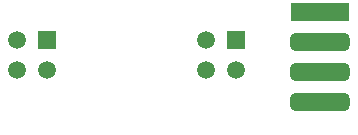
<source format=gbr>
%TF.GenerationSoftware,Altium Limited,Altium Designer,21.2.2 (38)*%
G04 Layer_Color=16711935*
%FSLAX45Y45*%
%MOMM*%
%TF.SameCoordinates,57803E14-CA50-49E2-8720-A713D117BFB4*%
%TF.FilePolarity,Negative*%
%TF.FileFunction,Soldermask,Bot*%
%TF.Part,Single*%
G01*
G75*
%TA.AperFunction,ComponentPad*%
G04:AMPARAMS|DCode=10|XSize=1.5mm|YSize=5mm|CornerRadius=0.375mm|HoleSize=0mm|Usage=FLASHONLY|Rotation=270.000|XOffset=0mm|YOffset=0mm|HoleType=Round|Shape=RoundedRectangle|*
%AMROUNDEDRECTD10*
21,1,1.50000,4.25000,0,0,270.0*
21,1,0.75000,5.00000,0,0,270.0*
1,1,0.75000,-2.12500,-0.37500*
1,1,0.75000,-2.12500,0.37500*
1,1,0.75000,2.12500,0.37500*
1,1,0.75000,2.12500,-0.37500*
%
%ADD10ROUNDEDRECTD10*%
%ADD11R,5.00000X1.50000*%
%ADD12C,1.50000*%
%ADD13R,1.50000X1.50000*%
D10*
X2810000Y372000D02*
D03*
Y626000D02*
D03*
Y880000D02*
D03*
D11*
Y1134000D02*
D03*
D12*
X246000Y646000D02*
D03*
Y900000D02*
D03*
X500000Y646000D02*
D03*
X1846000D02*
D03*
Y900000D02*
D03*
X2100000Y646000D02*
D03*
D13*
X500000Y900000D02*
D03*
X2100000D02*
D03*
%TF.MD5,e47487fdef97c864aeed717d1d8dc9a5*%
M02*

</source>
